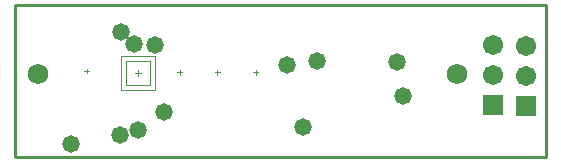
<source format=gbs>
G04 Layer_Color=16711935*
%FSLAX44Y44*%
%MOMM*%
G71*
G01*
G75*
%ADD18C,0.1000*%
%ADD19C,0.2540*%
%ADD20C,0.0500*%
%ADD33C,1.7272*%
%ADD34C,1.7032*%
%ADD35R,1.7032X1.7032*%
%ADD36C,1.4732*%
D18*
X81000Y90251D02*
Y94251D01*
X79000Y92251D02*
X83000D01*
X159750Y89000D02*
Y93000D01*
X157750Y91000D02*
X161750D01*
X191750Y89000D02*
Y93000D01*
X189750Y91000D02*
X193750D01*
X224000Y89000D02*
Y93000D01*
X222000Y91000D02*
X226000D01*
X134750Y80751D02*
Y100751D01*
X114750Y80751D02*
X134750D01*
X114750D02*
Y100751D01*
X134750D01*
X122250Y90751D02*
X127250D01*
X124750Y88250D02*
Y93251D01*
D19*
X20250Y148000D02*
X470250D01*
Y20000D02*
Y148000D01*
X470000Y19750D02*
X470250Y20000D01*
X20500Y19750D02*
X470000D01*
X20250Y20000D02*
X20500Y19750D01*
X20250Y20000D02*
Y148000D01*
D20*
X139000Y76500D02*
Y105001D01*
X110500Y76500D02*
X139000D01*
X110500D02*
Y105001D01*
X139000D01*
D33*
X395000Y90000D02*
D03*
X40000D02*
D03*
D34*
X452750Y113650D02*
D03*
Y88250D02*
D03*
X424750Y113900D02*
D03*
Y88500D02*
D03*
D35*
X452750Y62850D02*
D03*
X424750Y63100D02*
D03*
D36*
X67500Y30500D02*
D03*
X264250Y44500D02*
D03*
X121000Y114750D02*
D03*
X110000Y125250D02*
D03*
X138500Y114500D02*
D03*
X349250Y70750D02*
D03*
X250312Y97750D02*
D03*
X343750Y100000D02*
D03*
X276176Y100778D02*
D03*
X146908Y57500D02*
D03*
X124206Y42672D02*
D03*
X109220Y38354D02*
D03*
M02*

</source>
